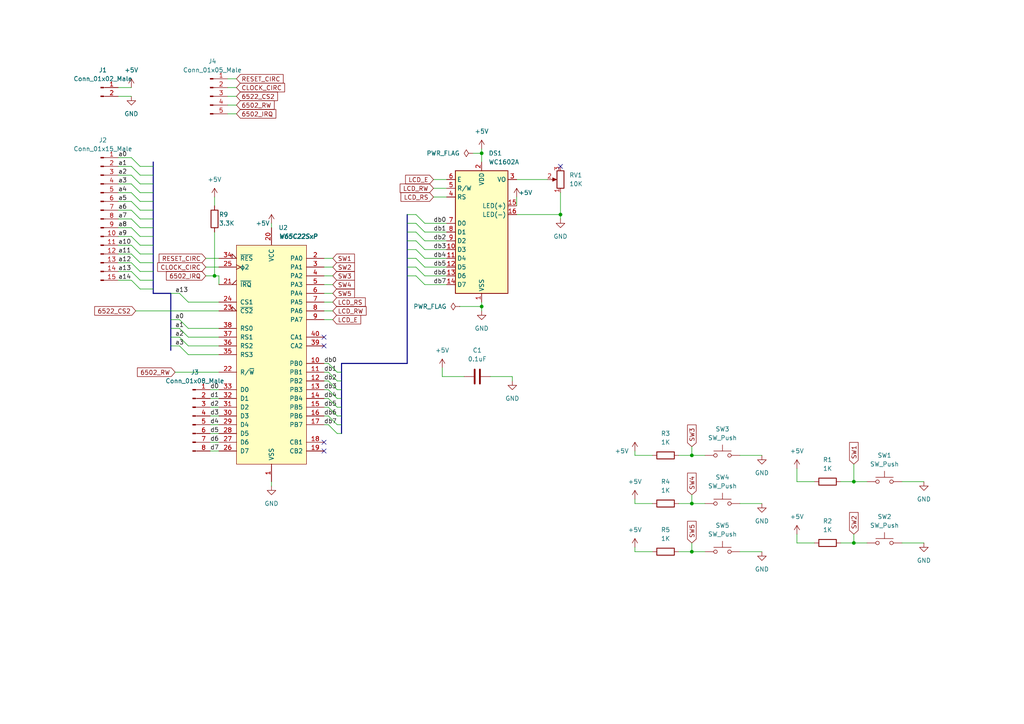
<source format=kicad_sch>
(kicad_sch (version 20211123) (generator eeschema)
  (paper "A4")
  (lib_symbols
    (symbol "65xx:W65C22SxP" (pin_names (offset 1.016))
      (property "Reference" "U" (at -10.16 33.02 0))
      (property "Value" "W65C22SxP" (at 0 0 90))
      (symbol "W65C22SxP_0_1"
        (rectangle (start -10.16 31.75) (end 10.16 -31.75) (fill (type background)))
      )
      (symbol "W65C22SxP_1_1"
        (pin power_in line (at 0 -36.83 90) (length 5.08) (name "VSS") (number "1"))
        (pin bidirectional line (at 15.24 -2.54 180) (length 5.08) (name "PB0") (number "10"))
        (pin bidirectional line (at 15.24 -5.08 180) (length 5.08) (name "PB1") (number "11"))
        (pin bidirectional line (at 15.24 -7.62 180) (length 5.08) (name "PB2") (number "12"))
        (pin bidirectional line (at 15.24 -10.16 180) (length 5.08) (name "PB3") (number "13"))
        (pin bidirectional line (at 15.24 -12.7 180) (length 5.08) (name "PB4") (number "14"))
        (pin bidirectional line (at 15.24 -15.24 180) (length 5.08) (name "PB5") (number "15"))
        (pin bidirectional line (at 15.24 -17.78 180) (length 5.08) (name "PB6") (number "16"))
        (pin bidirectional line (at 15.24 -20.32 180) (length 5.08) (name "PB7") (number "17"))
        (pin input line (at 15.24 -25.4 180) (length 5.08) (name "CB1") (number "18"))
        (pin bidirectional line (at 15.24 -27.94 180) (length 5.08) (name "CB2") (number "19"))
        (pin bidirectional line (at 15.24 27.94 180) (length 5.08) (name "PA0") (number "2"))
        (pin power_in line (at 0 36.83 270) (length 5.08) (name "VCC") (number "20"))
        (pin output output_low (at -15.24 20.32 0) (length 5.08) (name "~{IRQ}") (number "21"))
        (pin input line (at -15.24 -5.08 0) (length 5.08) (name "R/~{W}") (number "22"))
        (pin input input_low (at -15.24 12.7 0) (length 5.08) (name "~{CS2}") (number "23"))
        (pin input line (at -15.24 15.24 0) (length 5.08) (name "CS1") (number "24"))
        (pin input clock (at -15.24 25.4 0) (length 5.08) (name "ϕ2") (number "25"))
        (pin bidirectional line (at -15.24 -27.94 0) (length 5.08) (name "D7") (number "26"))
        (pin bidirectional line (at -15.24 -25.4 0) (length 5.08) (name "D6") (number "27"))
        (pin bidirectional line (at -15.24 -22.86 0) (length 5.08) (name "D5") (number "28"))
        (pin bidirectional line (at -15.24 -20.32 0) (length 5.08) (name "D4") (number "29"))
        (pin bidirectional line (at 15.24 25.4 180) (length 5.08) (name "PA1") (number "3"))
        (pin bidirectional line (at -15.24 -17.78 0) (length 5.08) (name "D3") (number "30"))
        (pin bidirectional line (at -15.24 -15.24 0) (length 5.08) (name "D2") (number "31"))
        (pin bidirectional line (at -15.24 -12.7 0) (length 5.08) (name "D1") (number "32"))
        (pin bidirectional line (at -15.24 -10.16 0) (length 5.08) (name "D0") (number "33"))
        (pin input input_low (at -15.24 27.94 0) (length 5.08) (name "~{RES}") (number "34"))
        (pin input line (at -15.24 0 0) (length 5.08) (name "RS3") (number "35"))
        (pin input line (at -15.24 2.54 0) (length 5.08) (name "RS2") (number "36"))
        (pin input line (at -15.24 5.08 0) (length 5.08) (name "RS1") (number "37"))
        (pin input line (at -15.24 7.62 0) (length 5.08) (name "RS0") (number "38"))
        (pin bidirectional line (at 15.24 2.54 180) (length 5.08) (name "CA2") (number "39"))
        (pin bidirectional line (at 15.24 22.86 180) (length 5.08) (name "PA2") (number "4"))
        (pin input line (at 15.24 5.08 180) (length 5.08) (name "CA1") (number "40"))
        (pin bidirectional line (at 15.24 20.32 180) (length 5.08) (name "PA3") (number "5"))
        (pin bidirectional line (at 15.24 17.78 180) (length 5.08) (name "PA4") (number "6"))
        (pin bidirectional line (at 15.24 15.24 180) (length 5.08) (name "PA5") (number "7"))
        (pin bidirectional line (at 15.24 12.7 180) (length 5.08) (name "PA6") (number "8"))
        (pin bidirectional line (at 15.24 10.16 180) (length 5.08) (name "PA7") (number "9"))
      )
    )
    (symbol "Connector:Conn_01x02_Male" (pin_names (offset 1.016) hide)
      (property "Reference" "J" (at 0 2.54 0))
      (property "Value" "Conn_01x02_Male" (at 0 -5.08 0))
      (symbol "Conn_01x02_Male_1_1"
        (polyline (pts (xy 1.27 -2.54) (xy 0.8636 -2.54)) (stroke (width 0.1524)))
        (polyline (pts (xy 1.27 0) (xy 0.8636 0)) (stroke (width 0.1524)))
        (rectangle (start 0.8636 -2.413) (end 0 -2.667) (stroke (width 0.1524)) (fill (type outline)))
        (rectangle (start 0.8636 0.127) (end 0 -0.127) (stroke (width 0.1524)) (fill (type outline)))
        (pin passive line (at 5.08 0 180) (length 3.81) (name "Pin_1") (number "1"))
        (pin passive line (at 5.08 -2.54 180) (length 3.81) (name "Pin_2") (number "2"))
      )
    )
    (symbol "Connector:Conn_01x05_Male" (pin_names (offset 1.016) hide)
      (property "Reference" "J" (at 0 7.62 0))
      (property "Value" "Conn_01x05_Male" (at 0 -7.62 0))
      (symbol "Conn_01x05_Male_1_1"
        (polyline (pts (xy 1.27 -5.08) (xy 0.8636 -5.08)) (stroke (width 0.1524)))
        (polyline (pts (xy 1.27 -2.54) (xy 0.8636 -2.54)) (stroke (width 0.1524)))
        (polyline (pts (xy 1.27 0) (xy 0.8636 0)) (stroke (width 0.1524)))
        (polyline (pts (xy 1.27 2.54) (xy 0.8636 2.54)) (stroke (width 0.1524)))
        (polyline (pts (xy 1.27 5.08) (xy 0.8636 5.08)) (stroke (width 0.1524)))
        (rectangle (start 0.8636 -4.953) (end 0 -5.207) (stroke (width 0.1524)) (fill (type outline)))
        (rectangle (start 0.8636 -2.413) (end 0 -2.667) (stroke (width 0.1524)) (fill (type outline)))
        (rectangle (start 0.8636 0.127) (end 0 -0.127) (stroke (width 0.1524)) (fill (type outline)))
        (rectangle (start 0.8636 2.667) (end 0 2.413) (stroke (width 0.1524)) (fill (type outline)))
        (rectangle (start 0.8636 5.207) (end 0 4.953) (stroke (width 0.1524)) (fill (type outline)))
        (pin passive line (at 5.08 5.08 180) (length 3.81) (name "Pin_1") (number "1"))
        (pin passive line (at 5.08 2.54 180) (length 3.81) (name "Pin_2") (number "2"))
        (pin passive line (at 5.08 0 180) (length 3.81) (name "Pin_3") (number "3"))
        (pin passive line (at 5.08 -2.54 180) (length 3.81) (name "Pin_4") (number "4"))
        (pin passive line (at 5.08 -5.08 180) (length 3.81) (name "Pin_5") (number "5"))
      )
    )
    (symbol "Connector:Conn_01x08_Male" (pin_names (offset 1.016) hide)
      (property "Reference" "J" (at 0 10.16 0))
      (property "Value" "Conn_01x08_Male" (at 0 -12.7 0))
      (symbol "Conn_01x08_Male_1_1"
        (polyline (pts (xy 1.27 -10.16) (xy 0.8636 -10.16)) (stroke (width 0.1524)))
        (polyline (pts (xy 1.27 -7.62) (xy 0.8636 -7.62)) (stroke (width 0.1524)))
        (polyline (pts (xy 1.27 -5.08) (xy 0.8636 -5.08)) (stroke (width 0.1524)))
        (polyline (pts (xy 1.27 -2.54) (xy 0.8636 -2.54)) (stroke (width 0.1524)))
        (polyline (pts (xy 1.27 0) (xy 0.8636 0)) (stroke (width 0.1524)))
        (polyline (pts (xy 1.27 2.54) (xy 0.8636 2.54)) (stroke (width 0.1524)))
        (polyline (pts (xy 1.27 5.08) (xy 0.8636 5.08)) (stroke (width 0.1524)))
        (polyline (pts (xy 1.27 7.62) (xy 0.8636 7.62)) (stroke (width 0.1524)))
        (rectangle (start 0.8636 -10.033) (end 0 -10.287) (stroke (width 0.1524)) (fill (type outline)))
        (rectangle (start 0.8636 -7.493) (end 0 -7.747) (stroke (width 0.1524)) (fill (type outline)))
        (rectangle (start 0.8636 -4.953) (end 0 -5.207) (stroke (width 0.1524)) (fill (type outline)))
        (rectangle (start 0.8636 -2.413) (end 0 -2.667) (stroke (width 0.1524)) (fill (type outline)))
        (rectangle (start 0.8636 0.127) (end 0 -0.127) (stroke (width 0.1524)) (fill (type outline)))
        (rectangle (start 0.8636 2.667) (end 0 2.413) (stroke (width 0.1524)) (fill (type outline)))
        (rectangle (start 0.8636 5.207) (end 0 4.953) (stroke (width 0.1524)) (fill (type outline)))
        (rectangle (start 0.8636 7.747) (end 0 7.493) (stroke (width 0.1524)) (fill (type outline)))
        (pin passive line (at 5.08 7.62 180) (length 3.81) (name "Pin_1") (number "1"))
        (pin passive line (at 5.08 5.08 180) (length 3.81) (name "Pin_2") (number "2"))
        (pin passive line (at 5.08 2.54 180) (length 3.81) (name "Pin_3") (number "3"))
        (pin passive line (at 5.08 0 180) (length 3.81) (name "Pin_4") (number "4"))
        (pin passive line (at 5.08 -2.54 180) (length 3.81) (name "Pin_5") (number "5"))
        (pin passive line (at 5.08 -5.08 180) (length 3.81) (name "Pin_6") (number "6"))
        (pin passive line (at 5.08 -7.62 180) (length 3.81) (name "Pin_7") (number "7"))
        (pin passive line (at 5.08 -10.16 180) (length 3.81) (name "Pin_8") (number "8"))
      )
    )
    (symbol "Connector:Conn_01x15_Male" (pin_names (offset 1.016) hide)
      (property "Reference" "J" (at 0 20.32 0))
      (property "Value" "Conn_01x15_Male" (at 0 -20.32 0))
      (symbol "Conn_01x15_Male_1_1"
        (polyline (pts (xy 1.27 -17.78) (xy 0.8636 -17.78)) (stroke (width 0.1524)))
        (polyline (pts (xy 1.27 -15.24) (xy 0.8636 -15.24)) (stroke (width 0.1524)))
        (polyline (pts (xy 1.27 -12.7) (xy 0.8636 -12.7)) (stroke (width 0.1524)))
        (polyline (pts (xy 1.27 -10.16) (xy 0.8636 -10.16)) (stroke (width 0.1524)))
        (polyline (pts (xy 1.27 -7.62) (xy 0.8636 -7.62)) (stroke (width 0.1524)))
        (polyline (pts (xy 1.27 -5.08) (xy 0.8636 -5.08)) (stroke (width 0.1524)))
        (polyline (pts (xy 1.27 -2.54) (xy 0.8636 -2.54)) (stroke (width 0.1524)))
        (polyline (pts (xy 1.27 0) (xy 0.8636 0)) (stroke (width 0.1524)))
        (polyline (pts (xy 1.27 2.54) (xy 0.8636 2.54)) (stroke (width 0.1524)))
        (polyline (pts (xy 1.27 5.08) (xy 0.8636 5.08)) (stroke (width 0.1524)))
        (polyline (pts (xy 1.27 7.62) (xy 0.8636 7.62)) (stroke (width 0.1524)))
        (polyline (pts (xy 1.27 10.16) (xy 0.8636 10.16)) (stroke (width 0.1524)))
        (polyline (pts (xy 1.27 12.7) (xy 0.8636 12.7)) (stroke (width 0.1524)))
        (polyline (pts (xy 1.27 15.24) (xy 0.8636 15.24)) (stroke (width 0.1524)))
        (polyline (pts (xy 1.27 17.78) (xy 0.8636 17.78)) (stroke (width 0.1524)))
        (rectangle (start 0.8636 -17.653) (end 0 -17.907) (stroke (width 0.1524)) (fill (type outline)))
        (rectangle (start 0.8636 -15.113) (end 0 -15.367) (stroke (width 0.1524)) (fill (type outline)))
        (rectangle (start 0.8636 -12.573) (end 0 -12.827) (stroke (width 0.1524)) (fill (type outline)))
        (rectangle (start 0.8636 -10.033) (end 0 -10.287) (stroke (width 0.1524)) (fill (type outline)))
        (rectangle (start 0.8636 -7.493) (end 0 -7.747) (stroke (width 0.1524)) (fill (type outline)))
        (rectangle (start 0.8636 -4.953) (end 0 -5.207) (stroke (width 0.1524)) (fill (type outline)))
        (rectangle (start 0.8636 -2.413) (end 0 -2.667) (stroke (width 0.1524)) (fill (type outline)))
        (rectangle (start 0.8636 0.127) (end 0 -0.127) (stroke (width 0.1524)) (fill (type outline)))
        (rectangle (start 0.8636 2.667) (end 0 2.413) (stroke (width 0.1524)) (fill (type outline)))
        (rectangle (start 0.8636 5.207) (end 0 4.953) (stroke (width 0.1524)) (fill (type outline)))
        (rectangle (start 0.8636 7.747) (end 0 7.493) (stroke (width 0.1524)) (fill (type outline)))
        (rectangle (start 0.8636 10.287) (end 0 10.033) (stroke (width 0.1524)) (fill (type outline)))
        (rectangle (start 0.8636 12.827) (end 0 12.573) (stroke (width 0.1524)) (fill (type outline)))
        (rectangle (start 0.8636 15.367) (end 0 15.113) (stroke (width 0.1524)) (fill (type outline)))
        (rectangle (start 0.8636 17.907) (end 0 17.653) (stroke (width 0.1524)) (fill (type outline)))
        (pin passive line (at 5.08 17.78 180) (length 3.81) (name "Pin_1") (number "1"))
        (pin passive line (at 5.08 -5.08 180) (length 3.81) (name "Pin_10") (number "10"))
        (pin passive line (at 5.08 -7.62 180) (length 3.81) (name "Pin_11") (number "11"))
        (pin passive line (at 5.08 -10.16 180) (length 3.81) (name "Pin_12") (number "12"))
        (pin passive line (at 5.08 -12.7 180) (length 3.81) (name "Pin_13") (number "13"))
        (pin passive line (at 5.08 -15.24 180) (length 3.81) (name "Pin_14") (number "14"))
        (pin passive line (at 5.08 -17.78 180) (length 3.81) (name "Pin_15") (number "15"))
        (pin passive line (at 5.08 15.24 180) (length 3.81) (name "Pin_2") (number "2"))
        (pin passive line (at 5.08 12.7 180) (length 3.81) (name "Pin_3") (number "3"))
        (pin passive line (at 5.08 10.16 180) (length 3.81) (name "Pin_4") (number "4"))
        (pin passive line (at 5.08 7.62 180) (length 3.81) (name "Pin_5") (number "5"))
        (pin passive line (at 5.08 5.08 180) (length 3.81) (name "Pin_6") (number "6"))
        (pin passive line (at 5.08 2.54 180) (length 3.81) (name "Pin_7") (number "7"))
        (pin passive line (at 5.08 0 180) (length 3.81) (name "Pin_8") (number "8"))
        (pin passive line (at 5.08 -2.54 180) (length 3.81) (name "Pin_9") (number "9"))
      )
    )
    (symbol "Device:C" (pin_numbers hide) (pin_names (offset 0.254))
      (property "Reference" "C" (at 0.635 2.54 0))
      (property "Value" "C" (at 0.635 -2.54 0))
      (symbol "C_0_1"
        (polyline (pts (xy -2.032 -0.762) (xy 2.032 -0.762)) (stroke (width 0.508)))
        (polyline (pts (xy -2.032 0.762) (xy 2.032 0.762)) (stroke (width 0.508)))
      )
      (symbol "C_1_1"
        (pin passive line (at 0 3.81 270) (length 2.794) (name "~") (number "1"))
        (pin passive line (at 0 -3.81 90) (length 2.794) (name "~") (number "2"))
      )
    )
    (symbol "Device:R" (pin_numbers hide) (pin_names (offset 0))
      (property "Reference" "R" (at 2.032 0 90))
      (property "Value" "R" (at 0 0 90))
      (symbol "R_0_1"
        (rectangle (start -1.016 -2.54) (end 1.016 2.54) (stroke (width 0.254)))
      )
      (symbol "R_1_1"
        (pin passive line (at 0 3.81 270) (length 1.27) (name "~") (number "1"))
        (pin passive line (at 0 -3.81 90) (length 1.27) (name "~") (number "2"))
      )
    )
    (symbol "Device:R_Potentiometer" (pin_names (offset 1.016) hide)
      (property "Reference" "RV" (at -4.445 0 90))
      (property "Value" "R_Potentiometer" (at -2.54 0 90))
      (symbol "R_Potentiometer_0_1"
        (polyline (pts (xy 2.54 0) (xy 1.524 0)))
        (polyline (pts (xy 1.143 0) (xy 2.286 0.508) (xy 2.286 -0.508) (xy 1.143 0)) (fill (type outline)))
        (rectangle (start 1.016 2.54) (end -1.016 -2.54) (stroke (width 0.254)))
      )
      (symbol "R_Potentiometer_1_1"
        (pin passive line (at 0 3.81 270) (length 1.27) (name "1") (number "1"))
        (pin passive line (at 3.81 0 180) (length 1.27) (name "2") (number "2"))
        (pin passive line (at 0 -3.81 90) (length 1.27) (name "3") (number "3"))
      )
    )
    (symbol "Display_Character:WC1602A"
      (property "Reference" "DS" (at -5.842 19.05 0))
      (property "Value" "WC1602A" (at 5.334 19.05 0))
      (symbol "WC1602A_1_1"
        (rectangle (start -7.62 17.78) (end 7.62 -17.78) (stroke (width 0.254)) (fill (type background)))
        (pin power_in line (at 0 -20.32 90) (length 2.54) (name "VSS") (number "1"))
        (pin input line (at -10.16 -5.08 0) (length 2.54) (name "D3") (number "10"))
        (pin input line (at -10.16 -7.62 0) (length 2.54) (name "D4") (number "11"))
        (pin input line (at -10.16 -10.16 0) (length 2.54) (name "D5") (number "12"))
        (pin input line (at -10.16 -12.7 0) (length 2.54) (name "D6") (number "13"))
        (pin input line (at -10.16 -15.24 0) (length 2.54) (name "D7") (number "14"))
        (pin power_in line (at 10.16 7.62 180) (length 2.54) (name "LED(+)") (number "15"))
        (pin power_in line (at 10.16 5.08 180) (length 2.54) (name "LED(-)") (number "16"))
        (pin power_in line (at 0 20.32 270) (length 2.54) (name "VDD") (number "2"))
        (pin input line (at 10.16 15.24 180) (length 2.54) (name "VO") (number "3"))
        (pin input line (at -10.16 10.16 0) (length 2.54) (name "RS") (number "4"))
        (pin input line (at -10.16 12.7 0) (length 2.54) (name "R/W") (number "5"))
        (pin input line (at -10.16 15.24 0) (length 2.54) (name "E") (number "6"))
        (pin input line (at -10.16 2.54 0) (length 2.54) (name "D0") (number "7"))
        (pin input line (at -10.16 0 0) (length 2.54) (name "D1") (number "8"))
        (pin input line (at -10.16 -2.54 0) (length 2.54) (name "D2") (number "9"))
      )
    )
    (symbol "Switch:SW_Push" (pin_numbers hide) (pin_names (offset 1.016) hide)
      (property "Reference" "SW" (at 1.27 2.54 0))
      (property "Value" "SW_Push" (at 0 -1.524 0))
      (symbol "SW_Push_0_1"
        (circle (center -2.032 0) (radius 0.508))
        (polyline (pts (xy 0 1.27) (xy 0 3.048)))
        (polyline (pts (xy 2.54 1.27) (xy -2.54 1.27)))
        (circle (center 2.032 0) (radius 0.508))
        (pin passive line (at -5.08 0 0) (length 2.54) (name "1") (number "1"))
        (pin passive line (at 5.08 0 180) (length 2.54) (name "2") (number "2"))
      )
    )
    (symbol "power:+5V" (power) (pin_names (offset 0))
      (property "Value" "+5V" (at 0 3.556 0))
      (symbol "+5V_0_1"
        (polyline (pts (xy -0.762 1.27) (xy 0 2.54)))
        (polyline (pts (xy 0 0) (xy 0 2.54)))
        (polyline (pts (xy 0 2.54) (xy 0.762 1.27)))
      )
      (symbol "+5V_1_1"
        (pin power_in line (at 0 0 90) (length 0) hide (name "+5V") (number "1"))
      )
    )
    (symbol "power:GND" (power) (pin_names (offset 0))
      (property "Value" "GND" (at 0 -3.81 0))
      (symbol "GND_0_1"
        (polyline (pts (xy 0 0) (xy 0 -1.27) (xy 1.27 -1.27) (xy 0 -2.54) (xy -1.27 -1.27) (xy 0 -1.27)))
      )
      (symbol "GND_1_1"
        (pin power_in line (at 0 0 270) (length 0) hide (name "GND") (number "1"))
      )
    )
    (symbol "power:PWR_FLAG" (power) (pin_numbers hide) (pin_names (offset 0) hide)
      (property "Value" "PWR_FLAG" (at 0 3.81 0))
      (symbol "PWR_FLAG_0_0"
        (pin power_out line (at 0 0 90) (length 0) (name "pwr") (number "1"))
      )
      (symbol "PWR_FLAG_0_1"
        (polyline (pts (xy 0 0) (xy 0 1.27) (xy -1.016 1.905) (xy 0 2.54) (xy 1.016 1.905) (xy 0 1.27)))
      )
    )
  )
  (junction (at 62.23 80.01))
  (junction (at 247.65 157.48))
  (junction (at 139.7 88.9))
  (junction (at 200.66 132.08))
  (junction (at 139.7 44.45))
  (junction (at 247.65 139.7))
  (junction (at 200.66 160.02))
  (junction (at 162.56 62.23))
  (junction (at 200.66 146.05))
  (no_connect (at 93.98 130.81))
  (no_connect (at 93.98 128.27))
  (no_connect (at 162.56 48.26))
  (no_connect (at 93.98 97.79))
  (no_connect (at 93.98 100.33))
  (bus_entry (at 52.07 95.25) (size 2.54 2.54))
  (bus_entry (at 52.07 92.71) (size 2.54 2.54))
  (bus_entry (at 54.61 87.63) (size -2.54 -2.54))
  (bus_entry (at 52.07 97.79) (size 2.54 2.54))
  (bus_entry (at 52.07 100.33) (size 2.54 2.54))
  (bus_entry (at 120.65 72.39) (size 2.54 2.54))
  (bus_entry (at 120.65 74.93) (size 2.54 2.54))
  (bus_entry (at 120.65 77.47) (size 2.54 2.54))
  (bus_entry (at 120.65 80.01) (size 2.54 2.54))
  (bus_entry (at 120.65 62.23) (size 2.54 2.54))
  (bus_entry (at 120.65 64.77) (size 2.54 2.54))
  (bus_entry (at 120.65 67.31) (size 2.54 2.54))
  (bus_entry (at 120.65 69.85) (size 2.54 2.54))
  (bus_entry (at 38.1 76.2) (size 2.54 2.54))
  (bus_entry (at 38.1 78.74) (size 2.54 2.54))
  (bus_entry (at 38.1 81.28) (size 2.54 2.54))
  (bus_entry (at 38.1 71.12) (size 2.54 2.54))
  (bus_entry (at 38.1 68.58) (size 2.54 2.54))
  (bus_entry (at 38.1 53.34) (size 2.54 2.54))
  (bus_entry (at 38.1 58.42) (size 2.54 2.54))
  (bus_entry (at 38.1 60.96) (size 2.54 2.54))
  (bus_entry (at 38.1 48.26) (size 2.54 2.54))
  (bus_entry (at 38.1 50.8) (size 2.54 2.54))
  (bus_entry (at 38.1 66.04) (size 2.54 2.54))
  (bus_entry (at 38.1 55.88) (size 2.54 2.54))
  (bus_entry (at 38.1 63.5) (size 2.54 2.54))
  (bus_entry (at 38.1 45.72) (size 2.54 2.54))
  (bus_entry (at 38.1 73.66) (size 2.54 2.54))
  (bus_entry (at 95.25 115.57) (size 2.54 2.54))
  (bus_entry (at 95.25 118.11) (size 2.54 2.54))
  (bus_entry (at 95.25 120.65) (size 2.54 2.54))
  (bus_entry (at 95.25 123.19) (size 2.54 2.54))
  (bus_entry (at 95.25 105.41) (size 2.54 2.54))
  (bus_entry (at 95.25 107.95) (size 2.54 2.54))
  (bus_entry (at 95.25 113.03) (size 2.54 2.54))
  (bus_entry (at 95.25 110.49) (size 2.54 2.54))
  (wire (pts (xy 62.23 67.31) (xy 62.23 80.01)))
  (wire (pts (xy 97.79 107.95) (xy 99.06 107.95)))
  (wire (pts (xy 66.04 27.94) (xy 68.58 27.94)))
  (wire (pts (xy 40.64 58.42) (xy 44.45 58.42)))
  (wire (pts (xy 50.8 107.95) (xy 63.5 107.95)))
  (wire (pts (xy 39.37 90.17) (xy 63.5 90.17)))
  (wire (pts (xy 40.64 76.2) (xy 44.45 76.2)))
  (wire (pts (xy 49.53 97.79) (xy 52.07 97.79)))
  (wire (pts (xy 49.53 100.33) (xy 52.07 100.33)))
  (wire (pts (xy 93.98 92.71) (xy 96.52 92.71)))
  (wire (pts (xy 34.29 71.12) (xy 38.1 71.12)))
  (wire (pts (xy 128.27 106.68) (xy 128.27 109.22)))
  (wire (pts (xy 63.5 80.01) (xy 63.5 82.55)))
  (wire (pts (xy 34.29 78.74) (xy 38.1 78.74)))
  (wire (pts (xy 123.19 72.39) (xy 129.54 72.39)))
  (wire (pts (xy 40.64 81.28) (xy 44.45 81.28)))
  (wire (pts (xy 142.24 109.22) (xy 148.59 109.22)))
  (wire (pts (xy 60.96 125.73) (xy 63.5 125.73)))
  (wire (pts (xy 34.29 81.28) (xy 38.1 81.28)))
  (wire (pts (xy 139.7 43.18) (xy 139.7 44.45)))
  (wire (pts (xy 148.59 109.22) (xy 148.59 110.49)))
  (wire (pts (xy 34.29 73.66) (xy 38.1 73.66)))
  (wire (pts (xy 97.79 110.49) (xy 99.06 110.49)))
  (wire (pts (xy 125.73 52.07) (xy 129.54 52.07)))
  (wire (pts (xy 118.11 77.47) (xy 120.65 77.47)))
  (wire (pts (xy 118.11 67.31) (xy 120.65 67.31)))
  (wire (pts (xy 93.98 113.03) (xy 95.25 113.03)))
  (wire (pts (xy 125.73 57.15) (xy 129.54 57.15)))
  (wire (pts (xy 40.64 73.66) (xy 44.45 73.66)))
  (wire (pts (xy 66.04 33.02) (xy 68.58 33.02)))
  (bus (pts (xy 44.45 46.99) (xy 44.45 85.09)))
  (wire (pts (xy 261.62 139.7) (xy 267.97 139.7)))
  (wire (pts (xy 93.98 105.41) (xy 95.25 105.41)))
  (wire (pts (xy 243.84 157.48) (xy 247.65 157.48)))
  (wire (pts (xy 231.14 157.48) (xy 231.14 154.94)))
  (wire (pts (xy 60.96 115.57) (xy 63.5 115.57)))
  (wire (pts (xy 118.11 64.77) (xy 120.65 64.77)))
  (wire (pts (xy 93.98 87.63) (xy 96.52 87.63)))
  (wire (pts (xy 40.64 55.88) (xy 44.45 55.88)))
  (wire (pts (xy 34.29 58.42) (xy 38.1 58.42)))
  (wire (pts (xy 93.98 107.95) (xy 95.25 107.95)))
  (wire (pts (xy 40.64 63.5) (xy 44.45 63.5)))
  (wire (pts (xy 200.66 146.05) (xy 204.47 146.05)))
  (wire (pts (xy 123.19 77.47) (xy 129.54 77.47)))
  (wire (pts (xy 200.66 129.54) (xy 200.66 132.08)))
  (wire (pts (xy 34.29 45.72) (xy 38.1 45.72)))
  (wire (pts (xy 93.98 74.93) (xy 96.52 74.93)))
  (wire (pts (xy 40.64 60.96) (xy 44.45 60.96)))
  (wire (pts (xy 78.74 64.77) (xy 78.74 66.04)))
  (wire (pts (xy 93.98 82.55) (xy 96.52 82.55)))
  (wire (pts (xy 247.65 139.7) (xy 251.46 139.7)))
  (wire (pts (xy 125.73 54.61) (xy 129.54 54.61)))
  (wire (pts (xy 54.61 100.33) (xy 63.5 100.33)))
  (wire (pts (xy 123.19 74.93) (xy 129.54 74.93)))
  (wire (pts (xy 40.64 68.58) (xy 44.45 68.58)))
  (wire (pts (xy 34.29 27.94) (xy 38.1 27.94)))
  (wire (pts (xy 118.11 80.01) (xy 120.65 80.01)))
  (wire (pts (xy 200.66 157.48) (xy 200.66 160.02)))
  (wire (pts (xy 34.29 60.96) (xy 38.1 60.96)))
  (wire (pts (xy 49.53 92.71) (xy 52.07 92.71)))
  (wire (pts (xy 97.79 125.73) (xy 99.06 125.73)))
  (wire (pts (xy 149.86 52.07) (xy 158.75 52.07)))
  (wire (pts (xy 93.98 90.17) (xy 96.52 90.17)))
  (wire (pts (xy 66.04 22.86) (xy 68.58 22.86)))
  (wire (pts (xy 60.96 118.11) (xy 63.5 118.11)))
  (wire (pts (xy 62.23 57.15) (xy 62.23 59.69)))
  (wire (pts (xy 40.64 78.74) (xy 44.45 78.74)))
  (wire (pts (xy 54.61 87.63) (xy 63.5 87.63)))
  (wire (pts (xy 60.96 128.27) (xy 63.5 128.27)))
  (wire (pts (xy 40.64 83.82) (xy 44.45 83.82)))
  (bus (pts (xy 49.53 85.09) (xy 49.53 101.6)))
  (wire (pts (xy 200.66 132.08) (xy 204.47 132.08)))
  (wire (pts (xy 34.29 76.2) (xy 38.1 76.2)))
  (wire (pts (xy 184.15 132.08) (xy 184.15 130.81)))
  (wire (pts (xy 247.65 157.48) (xy 251.46 157.48)))
  (wire (pts (xy 59.69 77.47) (xy 63.5 77.47)))
  (wire (pts (xy 184.15 146.05) (xy 184.15 144.78)))
  (wire (pts (xy 162.56 62.23) (xy 162.56 55.88)))
  (bus (pts (xy 118.11 62.23) (xy 118.11 105.41)))
  (wire (pts (xy 97.79 115.57) (xy 99.06 115.57)))
  (wire (pts (xy 40.64 71.12) (xy 44.45 71.12)))
  (wire (pts (xy 133.35 88.9) (xy 139.7 88.9)))
  (wire (pts (xy 34.29 66.04) (xy 38.1 66.04)))
  (wire (pts (xy 93.98 80.01) (xy 96.52 80.01)))
  (wire (pts (xy 34.29 63.5) (xy 38.1 63.5)))
  (wire (pts (xy 93.98 115.57) (xy 95.25 115.57)))
  (wire (pts (xy 60.96 123.19) (xy 63.5 123.19)))
  (wire (pts (xy 196.85 132.08) (xy 200.66 132.08)))
  (wire (pts (xy 93.98 85.09) (xy 96.52 85.09)))
  (wire (pts (xy 34.29 53.34) (xy 38.1 53.34)))
  (wire (pts (xy 59.69 80.01) (xy 62.23 80.01)))
  (wire (pts (xy 78.74 139.7) (xy 78.74 140.97)))
  (wire (pts (xy 93.98 118.11) (xy 95.25 118.11)))
  (wire (pts (xy 49.53 85.09) (xy 52.07 85.09)))
  (wire (pts (xy 162.56 62.23) (xy 162.56 63.5)))
  (wire (pts (xy 149.86 57.15) (xy 149.86 59.69)))
  (wire (pts (xy 123.19 64.77) (xy 129.54 64.77)))
  (wire (pts (xy 189.23 132.08) (xy 184.15 132.08)))
  (wire (pts (xy 93.98 110.49) (xy 95.25 110.49)))
  (wire (pts (xy 40.64 53.34) (xy 44.45 53.34)))
  (wire (pts (xy 34.29 25.4) (xy 38.1 25.4)))
  (wire (pts (xy 139.7 88.9) (xy 139.7 90.17)))
  (wire (pts (xy 60.96 120.65) (xy 63.5 120.65)))
  (wire (pts (xy 60.96 113.03) (xy 63.5 113.03)))
  (wire (pts (xy 93.98 123.19) (xy 95.25 123.19)))
  (wire (pts (xy 139.7 44.45) (xy 139.7 46.99)))
  (wire (pts (xy 261.62 157.48) (xy 267.97 157.48)))
  (wire (pts (xy 214.63 160.02) (xy 220.98 160.02)))
  (wire (pts (xy 118.11 69.85) (xy 120.65 69.85)))
  (wire (pts (xy 231.14 139.7) (xy 236.22 139.7)))
  (wire (pts (xy 247.65 134.62) (xy 247.65 139.7)))
  (wire (pts (xy 49.53 95.25) (xy 52.07 95.25)))
  (wire (pts (xy 40.64 66.04) (xy 44.45 66.04)))
  (bus (pts (xy 99.06 105.41) (xy 118.11 105.41)))
  (wire (pts (xy 236.22 157.48) (xy 231.14 157.48)))
  (wire (pts (xy 40.64 48.26) (xy 44.45 48.26)))
  (wire (pts (xy 34.29 55.88) (xy 38.1 55.88)))
  (wire (pts (xy 196.85 146.05) (xy 200.66 146.05)))
  (wire (pts (xy 118.11 74.93) (xy 120.65 74.93)))
  (wire (pts (xy 97.79 113.03) (xy 99.06 113.03)))
  (wire (pts (xy 34.29 50.8) (xy 38.1 50.8)))
  (wire (pts (xy 60.96 130.81) (xy 63.5 130.81)))
  (wire (pts (xy 231.14 135.89) (xy 231.14 139.7)))
  (wire (pts (xy 40.64 50.8) (xy 44.45 50.8)))
  (wire (pts (xy 214.63 132.08) (xy 220.98 132.08)))
  (wire (pts (xy 54.61 102.87) (xy 63.5 102.87)))
  (wire (pts (xy 243.84 139.7) (xy 247.65 139.7)))
  (wire (pts (xy 184.15 160.02) (xy 189.23 160.02)))
  (wire (pts (xy 97.79 118.11) (xy 99.06 118.11)))
  (wire (pts (xy 139.7 87.63) (xy 139.7 88.9)))
  (wire (pts (xy 66.04 25.4) (xy 68.58 25.4)))
  (bus (pts (xy 99.06 125.73) (xy 99.06 105.41)))
  (wire (pts (xy 184.15 158.75) (xy 184.15 160.02)))
  (wire (pts (xy 118.11 62.23) (xy 120.65 62.23)))
  (wire (pts (xy 247.65 154.94) (xy 247.65 157.48)))
  (wire (pts (xy 34.29 48.26) (xy 38.1 48.26)))
  (wire (pts (xy 123.19 69.85) (xy 129.54 69.85)))
  (wire (pts (xy 123.19 82.55) (xy 129.54 82.55)))
  (wire (pts (xy 149.86 62.23) (xy 162.56 62.23)))
  (wire (pts (xy 93.98 120.65) (xy 95.25 120.65)))
  (bus (pts (xy 44.45 85.09) (xy 49.53 85.09)))
  (wire (pts (xy 59.69 74.93) (xy 63.5 74.93)))
  (wire (pts (xy 62.23 80.01) (xy 63.5 80.01)))
  (wire (pts (xy 118.11 72.39) (xy 120.65 72.39)))
  (wire (pts (xy 137.16 44.45) (xy 139.7 44.45)))
  (wire (pts (xy 189.23 146.05) (xy 184.15 146.05)))
  (wire (pts (xy 34.29 68.58) (xy 38.1 68.58)))
  (wire (pts (xy 196.85 160.02) (xy 200.66 160.02)))
  (wire (pts (xy 97.79 123.19) (xy 99.06 123.19)))
  (wire (pts (xy 123.19 80.01) (xy 129.54 80.01)))
  (wire (pts (xy 93.98 77.47) (xy 96.52 77.47)))
  (wire (pts (xy 200.66 143.51) (xy 200.66 146.05)))
  (wire (pts (xy 97.79 120.65) (xy 99.06 120.65)))
  (wire (pts (xy 123.19 67.31) (xy 129.54 67.31)))
  (wire (pts (xy 214.63 146.05) (xy 220.98 146.05)))
  (wire (pts (xy 128.27 109.22) (xy 134.62 109.22)))
  (wire (pts (xy 66.04 30.48) (xy 68.58 30.48)))
  (wire (pts (xy 54.61 95.25) (xy 63.5 95.25)))
  (wire (pts (xy 200.66 160.02) (xy 204.47 160.02)))
  (wire (pts (xy 54.61 97.79) (xy 63.5 97.79)))
  (label "db4" (at 125.73 74.93 0))
  (label "a12" (at 34.29 76.2 0))
  (label "db5" (at 125.73 77.47 0))
  (label "d6" (at 60.96 128.27 0))
  (label "d7" (at 60.96 130.81 0))
  (label "a13" (at 50.8 85.09 0))
  (label "a8" (at 34.29 66.04 0))
  (label "a3" (at 34.29 53.34 0))
  (label "a13" (at 34.29 78.74 0))
  (label "a9" (at 34.29 68.58 0))
  (label "db2" (at 125.73 69.85 0))
  (label "a4" (at 34.29 55.88 0))
  (label "a2" (at 34.29 50.8 0))
  (label "db3" (at 93.98 113.03 0))
  (label "a2" (at 50.8 97.79 0))
  (label "d0" (at 60.96 113.03 0))
  (label "d2" (at 60.96 118.11 0))
  (label "db6" (at 93.98 120.65 0))
  (label "a3" (at 50.8 100.33 0))
  (label "a0" (at 50.8 92.71 0))
  (label "a1" (at 50.8 95.25 0))
  (label "a6" (at 34.29 60.96 0))
  (label "a1" (at 34.29 48.26 0))
  (label "a7" (at 34.29 63.5 0))
  (label "d5" (at 60.96 125.73 0))
  (label "db4" (at 93.98 115.57 0))
  (label "db3" (at 125.73 72.39 0))
  (label "a10" (at 34.29 71.12 0))
  (label "d3" (at 60.96 120.65 0))
  (label "d4" (at 60.96 123.19 0))
  (label "db7" (at 93.98 123.19 0))
  (label "db7" (at 125.73 82.55 0))
  (label "d1" (at 60.96 115.57 0))
  (label "db0" (at 125.73 64.77 0))
  (label "a11" (at 34.29 73.66 0))
  (label "a5" (at 34.29 58.42 0))
  (label "db6" (at 125.73 80.01 0))
  (label "db1" (at 125.73 67.31 0))
  (label "a14" (at 34.29 81.28 0))
  (label "db0" (at 93.98 105.41 0))
  (label "db5" (at 93.98 118.11 0))
  (label "db1" (at 93.98 107.95 0))
  (label "db2" (at 93.98 110.49 0))
  (label "a0" (at 34.29 45.72 0))
  (global_label "LCD_E" (shape input) (at 96.52 92.71 0) (property "Intersheet References" "${INTERSHEET_REFS}" (effects hide)))
  (global_label "SW1" (shape input) (at 96.52 74.93 0) (property "Intersheet References" "${INTERSHEET_REFS}" (effects hide)))
  (global_label "6522_CS2" (shape input) (at 68.58 27.94 0) (property "Intersheet References" "${INTERSHEET_REFS}" (effects hide)))
  (global_label "SW2" (shape input) (at 247.65 154.94 90) (property "Intersheet References" "${INTERSHEET_REFS}" (effects hide)))
  (global_label "CLOCK_CIRC" (shape input) (at 68.58 25.4 0) (property "Intersheet References" "${INTERSHEET_REFS}" (effects hide)))
  (global_label "LCD_RS" (shape input) (at 96.52 87.63 0) (property "Intersheet References" "${INTERSHEET_REFS}" (effects hide)))
  (global_label "RESET_CIRC" (shape input) (at 59.69 74.93 180) (property "Intersheet References" "${INTERSHEET_REFS}" (effects hide)))
  (global_label "RESET_CIRC" (shape input) (at 68.58 22.86 0) (property "Intersheet References" "${INTERSHEET_REFS}" (effects hide)))
  (global_label "LCD_RW" (shape input) (at 125.73 54.61 180) (property "Intersheet References" "${INTERSHEET_REFS}" (effects hide)))
  (global_label "6502_RW" (shape input) (at 68.58 30.48 0) (property "Intersheet References" "${INTERSHEET_REFS}" (effects hide)))
  (global_label "SW3" (shape input) (at 96.52 80.01 0) (property "Intersheet References" "${INTERSHEET_REFS}" (effects hide)))
  (global_label "CLOCK_CIRC" (shape input) (at 59.69 77.47 180) (property "Intersheet References" "${INTERSHEET_REFS}" (effects hide)))
  (global_label "LCD_RS" (shape input) (at 125.73 57.15 180) (property "Intersheet References" "${INTERSHEET_REFS}" (effects hide)))
  (global_label "SW4" (shape input) (at 96.52 82.55 0) (property "Intersheet References" "${INTERSHEET_REFS}" (effects hide)))
  (global_label "SW2" (shape input) (at 96.52 77.47 0) (property "Intersheet References" "${INTERSHEET_REFS}" (effects hide)))
  (global_label "6522_CS2" (shape input) (at 39.37 90.17 180) (property "Intersheet References" "${INTERSHEET_REFS}" (effects hide)))
  (global_label "SW5" (shape input) (at 200.6599 157.48 90) (property "Intersheet References" "${INTERSHEET_REFS}" (effects hide)))
  (global_label "SW4" (shape input) (at 200.66 143.51 90) (property "Intersheet References" "${INTERSHEET_REFS}" (effects hide)))
  (global_label "LCD_RW" (shape input) (at 96.52 90.17 0) (property "Intersheet References" "${INTERSHEET_REFS}" (effects hide)))
  (global_label "6502_RW" (shape input) (at 50.8 107.95 180) (property "Intersheet References" "${INTERSHEET_REFS}" (effects hide)))
  (global_label "LCD_E" (shape input) (at 125.73 52.07 180) (property "Intersheet References" "${INTERSHEET_REFS}" (effects hide)))
  (global_label "SW5" (shape input) (at 96.52 85.09 0) (property "Intersheet References" "${INTERSHEET_REFS}" (effects hide)))
  (global_label "6502_IRQ" (shape input) (at 68.58 33.02 0) (property "Intersheet References" "${INTERSHEET_REFS}" (effects hide)))
  (global_label "SW3" (shape input) (at 200.66 129.54 90) (property "Intersheet References" "${INTERSHEET_REFS}" (effects hide)))
  (global_label "6502_IRQ" (shape input) (at 59.69 80.01 180) (property "Intersheet References" "${INTERSHEET_REFS}" (effects hide)))
  (global_label "SW1" (shape input) (at 247.65 134.62 90) (property "Intersheet References" "${INTERSHEET_REFS}" (effects hide)))
  (symbol (lib_id "Device:R") (at 62.23 63.5 0) (unit 1)
    (property "Reference" "R9" (at 63.5 62.23 0) (effects (justify left)))
    (property "Value" "3.3K" (at 63.5 64.77 0) (effects (justify left)))
    (property "Footprint" "Resistor_THT:R_Axial_DIN0207_L6.3mm_D2.5mm_P10.16mm_Horizontal" (effects hide))
  )
  (symbol (lib_id "power:GND") (at 267.97 157.48 0) (unit 1)
    (property "Reference" "#PWR0109" (effects hide))
    (property "Value" "GND" (at 267.97 162.56 0))
  )
  (symbol (lib_id "Device:C") (at 138.43 109.22 90) (unit 1)
    (property "Reference" "C1" (at 138.43 101.6 90))
    (property "Value" "0.1uF" (at 138.43 104.14 90))
    (property "Footprint" "Capacitor_THT:C_Disc_D6.0mm_W2.5mm_P5.00mm" (effects hide))
  )
  (symbol (lib_id "power:+5V") (at 62.23 57.15 0) (unit 1)
    (property "Reference" "#PWR0132" (effects hide))
    (property "Value" "+5V" (at 62.23 52.07 0))
  )
  (symbol (lib_id "power:+5V") (at 231.14 154.94 0) (unit 1)
    (property "Reference" "#PWR0104" (effects hide))
    (property "Value" "+5V" (at 231.14 149.86 0))
  )
  (symbol (lib_id "Device:R") (at 193.04 146.05 90) (unit 1)
    (property "Reference" "R4" (at 193.04 139.7 90))
    (property "Value" "1K" (at 193.04 142.24 90))
    (property "Footprint" "Resistor_THT:R_Axial_DIN0309_L9.0mm_D3.2mm_P12.70mm_Horizontal" (effects hide))
  )
  (symbol (lib_id "power:+5V") (at 78.74 64.77 0) (unit 1)
    (property "Reference" "#PWR0124" (effects hide))
    (property "Value" "+5V" (at 76.2 64.77 0))
  )
  (symbol (lib_id "power:GND") (at 220.98 132.08 0) (unit 1)
    (property "Reference" "#PWR0108" (effects hide))
    (property "Value" "GND" (at 220.98 137.16 0))
  )
  (symbol (lib_id "power:GND") (at 78.74 140.97 0) (unit 1)
    (property "Reference" "#PWR0125" (effects hide))
    (property "Value" "GND" (at 78.74 146.05 0))
  )
  (symbol (lib_id "power:GND") (at 148.59 110.49 0) (unit 1)
    (property "Reference" "#PWR0120" (effects hide))
    (property "Value" "GND" (at 148.59 115.57 0))
  )
  (symbol (lib_id "Switch:SW_Push") (at 209.55 160.02 0) (unit 1)
    (property "Reference" "SW5" (at 209.55 152.4 0))
    (property "Value" "SW_Push" (at 209.55 154.94 0))
    (property "Footprint" "Button_Switch_THT:SW_PUSH_6mm_H4.3mm" (effects hide))
  )
  (symbol (lib_id "power:GND") (at 162.56 63.5 0) (unit 1)
    (property "Reference" "#PWR0126" (effects hide))
    (property "Value" "GND" (at 162.56 68.58 0))
  )
  (symbol (lib_id "Device:R") (at 240.03 157.48 90) (unit 1)
    (property "Reference" "R2" (at 240.03 151.13 90))
    (property "Value" "1K" (at 240.03 153.67 90))
    (property "Footprint" "Resistor_THT:R_Axial_DIN0309_L9.0mm_D3.2mm_P12.70mm_Horizontal" (effects hide))
  )
  (symbol (lib_id "Connector:Conn_01x02_Male") (at 29.21 25.4 0) (unit 1)
    (property "Reference" "J1" (at 29.845 20.32 0))
    (property "Value" "Conn_01x02_Male" (at 29.845 22.86 0))
    (property "Footprint" "Connector_PinHeader_2.54mm:PinHeader_1x02_P2.54mm_Horizontal" (effects hide))
  )
  (symbol (lib_id "Connector:Conn_01x05_Male") (at 60.96 27.94 0) (unit 1)
    (property "Reference" "J4" (at 61.595 17.78 0))
    (property "Value" "Conn_01x05_Male" (at 61.595 20.32 0))
    (property "Footprint" "Connector_PinHeader_2.54mm:PinHeader_1x05_P2.54mm_Vertical" (effects hide))
  )
  (symbol (lib_id "power:+5V") (at 149.86 57.15 0) (unit 1)
    (property "Reference" "#PWR0116" (effects hide))
    (property "Value" "+5V" (at 152.4 55.88 0))
  )
  (symbol (lib_id "Connector:Conn_01x15_Male") (at 29.21 63.5 0) (unit 1)
    (property "Reference" "J2" (at 29.845 40.64 0))
    (property "Value" "Conn_01x15_Male" (at 29.845 43.18 0))
    (property "Footprint" "Connector_PinHeader_2.54mm:PinHeader_1x15_P2.54mm_Horizontal" (effects hide))
  )
  (symbol (lib_id "Device:R") (at 240.03 139.7 90) (unit 1)
    (property "Reference" "R1" (at 240.03 133.35 90))
    (property "Value" "1K" (at 240.03 135.89 90))
    (property "Footprint" "Resistor_THT:R_Axial_DIN0309_L9.0mm_D3.2mm_P12.70mm_Horizontal" (effects hide))
  )
  (symbol (lib_id "Switch:SW_Push") (at 209.55 132.08 0) (unit 1)
    (property "Reference" "SW3" (at 209.55 124.46 0))
    (property "Value" "SW_Push" (at 209.55 127 0))
    (property "Footprint" "Button_Switch_THT:SW_PUSH_6mm_H4.3mm" (effects hide))
  )
  (symbol (lib_id "Device:R") (at 193.04 132.08 90) (unit 1)
    (property "Reference" "R3" (at 193.04 125.73 90))
    (property "Value" "1K" (at 193.04 128.27 90))
    (property "Footprint" "Resistor_THT:R_Axial_DIN0309_L9.0mm_D3.2mm_P12.70mm_Horizontal" (effects hide))
  )
  (symbol (lib_id "power:GND") (at 139.7 90.17 0) (unit 1)
    (property "Reference" "#PWR0117" (effects hide))
    (property "Value" "GND" (at 139.7 95.25 0))
  )
  (symbol (lib_id "power:+5V") (at 184.15 144.78 0) (unit 1)
    (property "Reference" "#PWR0107" (effects hide))
    (property "Value" "+5V" (at 184.15 139.7 0))
  )
  (symbol (lib_id "Switch:SW_Push") (at 209.55 146.05 0) (unit 1)
    (property "Reference" "SW4" (at 209.55 138.43 0))
    (property "Value" "SW_Push" (at 209.55 140.97 0))
    (property "Footprint" "Button_Switch_THT:SW_PUSH_6mm_H4.3mm" (effects hide))
  )
  (symbol (lib_id "Switch:SW_Push") (at 256.54 157.48 0) (unit 1)
    (property "Reference" "SW2" (at 256.54 149.86 0))
    (property "Value" "SW_Push" (at 256.54 152.4 0))
    (property "Footprint" "Button_Switch_THT:SW_PUSH_6mm_H4.3mm" (effects hide))
  )
  (symbol (lib_id "Device:R") (at 193.04 160.02 90) (unit 1)
    (property "Reference" "R5" (at 193.04 153.67 90))
    (property "Value" "1K" (at 193.04 156.21 90))
    (property "Footprint" "Resistor_THT:R_Axial_DIN0309_L9.0mm_D3.2mm_P12.70mm_Horizontal" (effects hide))
  )
  (symbol (lib_id "power:+5V") (at 128.27 106.68 0) (unit 1)
    (property "Reference" "#PWR0114" (effects hide))
    (property "Value" "+5V" (at 128.27 101.6 0))
  )
  (symbol (lib_id "Connector:Conn_01x08_Male") (at 55.88 120.65 0) (unit 1)
    (property "Reference" "J3" (at 56.515 107.95 0))
    (property "Value" "Conn_01x08_Male" (at 56.515 110.49 0))
    (property "Footprint" "Connector_PinHeader_2.54mm:PinHeader_1x08_P2.54mm_Horizontal" (effects hide))
  )
  (symbol (lib_id "power:GND") (at 220.98 160.02 0) (unit 1)
    (property "Reference" "#PWR0106" (effects hide))
    (property "Value" "GND" (at 220.98 165.1 0))
  )
  (symbol (lib_id "65xx:W65C22SxP") (at 78.74 102.87 0) (unit 1)
    (property "Reference" "U2" (at 80.7594 66.04 0) (effects (justify left)))
    (property "Value" "W65C22SxP" (at 80.7594 68.58 0) (effects (font bold italic) (justify left)))
    (property "Footprint" "Package_DIP:DIP-40_W15.24mm_Socket_LongPads" (effects hide))
    (property "Datasheet" "http://www.westerndesigncenter.com/wdc/documentation/w65c22.pdf" (effects hide))
  )
  (symbol (lib_id "power:GND") (at 220.98 146.05 0) (unit 1)
    (property "Reference" "#PWR0105" (effects hide))
    (property "Value" "GND" (at 220.98 151.13 0))
  )
  (symbol (lib_id "power:PWR_FLAG") (at 133.35 88.9 90) (unit 1)
    (property "Reference" "#FLG0101" (effects hide))
    (property "Value" "PWR_FLAG" (at 129.54 88.8999 90) (effects (justify left)))
  )
  (symbol (lib_id "Device:R_Potentiometer") (at 162.56 52.07 180) (unit 1)
    (property "Reference" "RV1" (at 165.1 50.7999 0) (effects (justify right)))
    (property "Value" "10K" (at 165.1 53.3399 0) (effects (justify right)))
    (property "Footprint" "Potentiometer_THT:Potentiometer_Piher_PT-6-V_Vertical" (effects hide))
  )
  (symbol (lib_id "power:PWR_FLAG") (at 137.16 44.45 90) (unit 1)
    (property "Reference" "#FLG0102" (effects hide))
    (property "Value" "PWR_FLAG" (at 133.35 44.4499 90) (effects (justify left)))
  )
  (symbol (lib_id "Display_Character:WC1602A") (at 139.7 67.31 0) (unit 1)
    (property "Reference" "DS1" (at 141.7194 44.45 0) (effects (justify left)))
    (property "Value" "WC1602A" (at 141.7194 46.99 0) (effects (justify left)))
    (property "Footprint" "Display:WC1602A" (effects hide))
    (property "Datasheet" "http://www.wincomlcd.com/pdf/WC1602A-SFYLYHTC06.pdf" (effects hide))
  )
  (symbol (lib_id "power:+5V") (at 38.1 25.4 0) (unit 1)
    (property "Reference" "#PWR0128" (effects hide))
    (property "Value" "+5V" (at 38.1 20.32 0))
  )
  (symbol (lib_id "power:+5V") (at 184.15 158.75 0) (unit 1)
    (property "Reference" "#PWR0101" (effects hide))
    (property "Value" "+5V" (at 184.15 153.67 0))
  )
  (symbol (lib_id "Switch:SW_Push") (at 256.54 139.7 0) (unit 1)
    (property "Reference" "SW1" (at 256.54 132.08 0))
    (property "Value" "SW_Push" (at 256.54 134.62 0))
    (property "Footprint" "Button_Switch_THT:SW_PUSH_6mm_H4.3mm" (effects hide))
  )
  (symbol (lib_id "power:GND") (at 38.1 27.94 0) (unit 1)
    (property "Reference" "#PWR0127" (effects hide))
    (property "Value" "GND" (at 38.1 33.02 0))
  )
  (symbol (lib_id "power:GND") (at 267.97 139.7 0) (unit 1)
    (property "Reference" "#PWR0112" (effects hide))
    (property "Value" "GND" (at 267.97 144.78 0))
  )
  (symbol (lib_id "power:+5V") (at 184.15 130.81 0) (unit 1)
    (property "Reference" "#PWR0102" (effects hide))
    (property "Value" "+5V" (at 180.34 130.81 0))
  )
  (symbol (lib_id "power:+5V") (at 231.14 135.89 0) (unit 1)
    (property "Reference" "#PWR0103" (effects hide))
    (property "Value" "+5V" (at 231.14 130.81 0))
  )
  (symbol (lib_id "power:+5V") (at 139.7 43.18 0) (unit 1)
    (property "Reference" "#PWR0115" (effects hide))
    (property "Value" "+5V" (at 139.7 38.1 0))
  )
)
</source>
